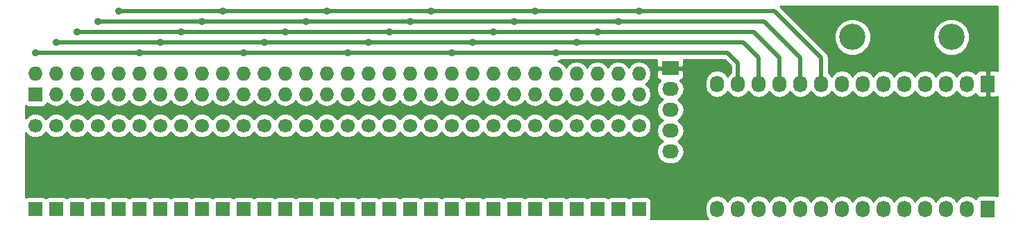
<source format=gbl>
G04 #@! TF.FileFunction,Copper,L2,Bot,Signal*
%FSLAX46Y46*%
G04 Gerber Fmt 4.6, Leading zero omitted, Abs format (unit mm)*
G04 Created by KiCad (PCBNEW 4.0.2+e4-6225~38~ubuntu16.04.1-stable) date Thu 23 Jun 2016 09:21:40 PM CEST*
%MOMM*%
G01*
G04 APERTURE LIST*
%ADD10C,0.100000*%
%ADD11C,3.200000*%
%ADD12R,1.727200X2.032000*%
%ADD13O,1.727200X2.032000*%
%ADD14C,1.699260*%
%ADD15R,1.699260X1.699260*%
%ADD16R,2.032000X1.727200*%
%ADD17O,2.032000X1.727200*%
%ADD18R,1.727200X1.727200*%
%ADD19O,1.727200X1.727200*%
%ADD20C,0.914400*%
%ADD21C,0.508000*%
%ADD22C,0.254000*%
G04 APERTURE END LIST*
D10*
D11*
X169545000Y-42545000D03*
D12*
X186055000Y-48260000D03*
D13*
X183515000Y-48260000D03*
X180975000Y-48260000D03*
X178435000Y-48260000D03*
X175895000Y-48260000D03*
X173355000Y-48260000D03*
X170815000Y-48260000D03*
X168275000Y-48260000D03*
X165735000Y-48260000D03*
X163195000Y-48260000D03*
X160655000Y-48260000D03*
X158115000Y-48260000D03*
X155575000Y-48260000D03*
X153035000Y-48260000D03*
D14*
X69850000Y-53340000D03*
D15*
X69850000Y-63500000D03*
D14*
X72390000Y-53340000D03*
D15*
X72390000Y-63500000D03*
D14*
X74930000Y-53340000D03*
D15*
X74930000Y-63500000D03*
D14*
X77470000Y-53340000D03*
D15*
X77470000Y-63500000D03*
D14*
X80010000Y-53340000D03*
D15*
X80010000Y-63500000D03*
D14*
X82550000Y-53340000D03*
D15*
X82550000Y-63500000D03*
D14*
X85090000Y-53340000D03*
D15*
X85090000Y-63500000D03*
D14*
X87630000Y-53340000D03*
D15*
X87630000Y-63500000D03*
D14*
X90170000Y-53340000D03*
D15*
X90170000Y-63500000D03*
D14*
X92710000Y-53340000D03*
D15*
X92710000Y-63500000D03*
D14*
X95250000Y-53340000D03*
D15*
X95250000Y-63500000D03*
D14*
X97790000Y-53340000D03*
D15*
X97790000Y-63500000D03*
D14*
X100330000Y-53340000D03*
D15*
X100330000Y-63500000D03*
D14*
X102870000Y-53340000D03*
D15*
X102870000Y-63500000D03*
D14*
X105410000Y-53340000D03*
D15*
X105410000Y-63500000D03*
D14*
X107950000Y-53340000D03*
D15*
X107950000Y-63500000D03*
D14*
X110490000Y-53340000D03*
D15*
X110490000Y-63500000D03*
D14*
X113030000Y-53340000D03*
D15*
X113030000Y-63500000D03*
D14*
X115570000Y-53340000D03*
D15*
X115570000Y-63500000D03*
D14*
X118110000Y-53340000D03*
D15*
X118110000Y-63500000D03*
D14*
X120650000Y-53340000D03*
D15*
X120650000Y-63500000D03*
D14*
X123190000Y-53340000D03*
D15*
X123190000Y-63500000D03*
D14*
X125730000Y-53340000D03*
D15*
X125730000Y-63500000D03*
D14*
X128270000Y-53340000D03*
D15*
X128270000Y-63500000D03*
D14*
X130810000Y-53340000D03*
D15*
X130810000Y-63500000D03*
D14*
X133350000Y-53340000D03*
D15*
X133350000Y-63500000D03*
D14*
X135890000Y-53340000D03*
D15*
X135890000Y-63500000D03*
D14*
X138430000Y-53340000D03*
D15*
X138430000Y-63500000D03*
D14*
X140970000Y-53340000D03*
D15*
X140970000Y-63500000D03*
D14*
X143510000Y-53340000D03*
D15*
X143510000Y-63500000D03*
D12*
X186055000Y-63500000D03*
D13*
X183515000Y-63500000D03*
X180975000Y-63500000D03*
X178435000Y-63500000D03*
X175895000Y-63500000D03*
X173355000Y-63500000D03*
X170815000Y-63500000D03*
X168275000Y-63500000D03*
X165735000Y-63500000D03*
X163195000Y-63500000D03*
X160655000Y-63500000D03*
X158115000Y-63500000D03*
X155575000Y-63500000D03*
X153035000Y-63500000D03*
D16*
X147320000Y-46355000D03*
D17*
X147320000Y-48895000D03*
X147320000Y-51435000D03*
X147320000Y-53975000D03*
X147320000Y-56515000D03*
D18*
X69850000Y-49530000D03*
D19*
X69850000Y-46990000D03*
X72390000Y-49530000D03*
X72390000Y-46990000D03*
X74930000Y-49530000D03*
X74930000Y-46990000D03*
X77470000Y-49530000D03*
X77470000Y-46990000D03*
X80010000Y-49530000D03*
X80010000Y-46990000D03*
X82550000Y-49530000D03*
X82550000Y-46990000D03*
X85090000Y-49530000D03*
X85090000Y-46990000D03*
X87630000Y-49530000D03*
X87630000Y-46990000D03*
X90170000Y-49530000D03*
X90170000Y-46990000D03*
X92710000Y-49530000D03*
X92710000Y-46990000D03*
X95250000Y-49530000D03*
X95250000Y-46990000D03*
X97790000Y-49530000D03*
X97790000Y-46990000D03*
X100330000Y-49530000D03*
X100330000Y-46990000D03*
X102870000Y-49530000D03*
X102870000Y-46990000D03*
X105410000Y-49530000D03*
X105410000Y-46990000D03*
X107950000Y-49530000D03*
X107950000Y-46990000D03*
X110490000Y-49530000D03*
X110490000Y-46990000D03*
X113030000Y-49530000D03*
X113030000Y-46990000D03*
X115570000Y-49530000D03*
X115570000Y-46990000D03*
X118110000Y-49530000D03*
X118110000Y-46990000D03*
X120650000Y-49530000D03*
X120650000Y-46990000D03*
X123190000Y-49530000D03*
X123190000Y-46990000D03*
X125730000Y-49530000D03*
X125730000Y-46990000D03*
X128270000Y-49530000D03*
X128270000Y-46990000D03*
X130810000Y-49530000D03*
X130810000Y-46990000D03*
X133350000Y-49530000D03*
X133350000Y-46990000D03*
X135890000Y-49530000D03*
X135890000Y-46990000D03*
X138430000Y-49530000D03*
X138430000Y-46990000D03*
X140970000Y-49530000D03*
X140970000Y-46990000D03*
X143510000Y-49530000D03*
X143510000Y-46990000D03*
D11*
X181610000Y-42545000D03*
D20*
X133350000Y-44450000D03*
X120650000Y-44450000D03*
X107950000Y-44450000D03*
X95250000Y-44450000D03*
X82550000Y-44450000D03*
X69850000Y-44450000D03*
X135890000Y-43180000D03*
X123190000Y-43180000D03*
X110490000Y-43180000D03*
X97790000Y-43180000D03*
X85090000Y-43180000D03*
X72390000Y-43180000D03*
X138430000Y-41910000D03*
X125730000Y-41910000D03*
X113030000Y-41910000D03*
X100330000Y-41910000D03*
X87630000Y-41910000D03*
X74930000Y-41910000D03*
X140970000Y-40640000D03*
X128270000Y-40640000D03*
X115570000Y-40640000D03*
X102870000Y-40640000D03*
X90170000Y-40640000D03*
X77470000Y-40640000D03*
X143510000Y-39370000D03*
X130810000Y-39370000D03*
X118110000Y-39370000D03*
X105410000Y-39370000D03*
X92710000Y-39370000D03*
X80010000Y-39370000D03*
D21*
X82550000Y-44450000D02*
X154305000Y-44450000D01*
X154305000Y-44450000D02*
X155575000Y-45720000D01*
X155575000Y-45720000D02*
X155575000Y-48260000D01*
X69850000Y-44450000D02*
X82550000Y-44450000D01*
X153035000Y-43180000D02*
X156210000Y-43180000D01*
X72390000Y-43180000D02*
X110490000Y-43180000D01*
X110490000Y-43180000D02*
X153035000Y-43180000D01*
X156210000Y-43180000D02*
X158115000Y-45085000D01*
X158115000Y-45085000D02*
X158115000Y-48260000D01*
X125730000Y-41910000D02*
X157480000Y-41910000D01*
X157480000Y-41910000D02*
X160655000Y-45085000D01*
X160655000Y-45085000D02*
X160655000Y-46736000D01*
X160655000Y-46736000D02*
X160655000Y-48260000D01*
X125730000Y-41910000D02*
X74930000Y-41910000D01*
X140970000Y-40640000D02*
X158750000Y-40640000D01*
X158750000Y-40640000D02*
X163195000Y-45085000D01*
X163195000Y-45085000D02*
X163195000Y-46736000D01*
X163195000Y-46736000D02*
X163195000Y-48260000D01*
X140970000Y-40640000D02*
X77470000Y-40640000D01*
X156845000Y-39370000D02*
X160020000Y-39370000D01*
X156845000Y-39370000D02*
X80010000Y-39370000D01*
X165735000Y-45085000D02*
X160020000Y-39370000D01*
X165735000Y-46736000D02*
X165735000Y-45085000D01*
X165735000Y-48260000D02*
X165735000Y-46736000D01*
D22*
G36*
X187250000Y-46693952D02*
X187044909Y-46609000D01*
X186340750Y-46609000D01*
X186182000Y-46767750D01*
X186182000Y-48133000D01*
X186202000Y-48133000D01*
X186202000Y-48387000D01*
X186182000Y-48387000D01*
X186182000Y-49752250D01*
X186340750Y-49911000D01*
X187044909Y-49911000D01*
X187250000Y-49826048D01*
X187250000Y-61941896D01*
X187170490Y-61887569D01*
X186918600Y-61836560D01*
X185191400Y-61836560D01*
X184956083Y-61880838D01*
X184739959Y-62019910D01*
X184594969Y-62232110D01*
X184586600Y-62273439D01*
X184574670Y-62255585D01*
X184088489Y-61930729D01*
X183515000Y-61816655D01*
X182941511Y-61930729D01*
X182455330Y-62255585D01*
X182245000Y-62570366D01*
X182034670Y-62255585D01*
X181548489Y-61930729D01*
X180975000Y-61816655D01*
X180401511Y-61930729D01*
X179915330Y-62255585D01*
X179705000Y-62570366D01*
X179494670Y-62255585D01*
X179008489Y-61930729D01*
X178435000Y-61816655D01*
X177861511Y-61930729D01*
X177375330Y-62255585D01*
X177165000Y-62570366D01*
X176954670Y-62255585D01*
X176468489Y-61930729D01*
X175895000Y-61816655D01*
X175321511Y-61930729D01*
X174835330Y-62255585D01*
X174625000Y-62570366D01*
X174414670Y-62255585D01*
X173928489Y-61930729D01*
X173355000Y-61816655D01*
X172781511Y-61930729D01*
X172295330Y-62255585D01*
X172085000Y-62570366D01*
X171874670Y-62255585D01*
X171388489Y-61930729D01*
X170815000Y-61816655D01*
X170241511Y-61930729D01*
X169755330Y-62255585D01*
X169545000Y-62570366D01*
X169334670Y-62255585D01*
X168848489Y-61930729D01*
X168275000Y-61816655D01*
X167701511Y-61930729D01*
X167215330Y-62255585D01*
X167005000Y-62570366D01*
X166794670Y-62255585D01*
X166308489Y-61930729D01*
X165735000Y-61816655D01*
X165161511Y-61930729D01*
X164675330Y-62255585D01*
X164465000Y-62570366D01*
X164254670Y-62255585D01*
X163768489Y-61930729D01*
X163195000Y-61816655D01*
X162621511Y-61930729D01*
X162135330Y-62255585D01*
X161925000Y-62570366D01*
X161714670Y-62255585D01*
X161228489Y-61930729D01*
X160655000Y-61816655D01*
X160081511Y-61930729D01*
X159595330Y-62255585D01*
X159385000Y-62570366D01*
X159174670Y-62255585D01*
X158688489Y-61930729D01*
X158115000Y-61816655D01*
X157541511Y-61930729D01*
X157055330Y-62255585D01*
X156845000Y-62570366D01*
X156634670Y-62255585D01*
X156148489Y-61930729D01*
X155575000Y-61816655D01*
X155001511Y-61930729D01*
X154515330Y-62255585D01*
X154305000Y-62570366D01*
X154094670Y-62255585D01*
X153608489Y-61930729D01*
X153035000Y-61816655D01*
X152461511Y-61930729D01*
X151975330Y-62255585D01*
X151650474Y-62741766D01*
X151536400Y-63315255D01*
X151536400Y-63684745D01*
X151650474Y-64258234D01*
X151942312Y-64695000D01*
X144892189Y-64695000D01*
X144956061Y-64601520D01*
X145007070Y-64349630D01*
X145007070Y-62650370D01*
X144962792Y-62415053D01*
X144823720Y-62198929D01*
X144611520Y-62053939D01*
X144359630Y-62002930D01*
X142660370Y-62002930D01*
X142425053Y-62047208D01*
X142237912Y-62167630D01*
X142071520Y-62053939D01*
X141819630Y-62002930D01*
X140120370Y-62002930D01*
X139885053Y-62047208D01*
X139697912Y-62167630D01*
X139531520Y-62053939D01*
X139279630Y-62002930D01*
X137580370Y-62002930D01*
X137345053Y-62047208D01*
X137157912Y-62167630D01*
X136991520Y-62053939D01*
X136739630Y-62002930D01*
X135040370Y-62002930D01*
X134805053Y-62047208D01*
X134617912Y-62167630D01*
X134451520Y-62053939D01*
X134199630Y-62002930D01*
X132500370Y-62002930D01*
X132265053Y-62047208D01*
X132077912Y-62167630D01*
X131911520Y-62053939D01*
X131659630Y-62002930D01*
X129960370Y-62002930D01*
X129725053Y-62047208D01*
X129537912Y-62167630D01*
X129371520Y-62053939D01*
X129119630Y-62002930D01*
X127420370Y-62002930D01*
X127185053Y-62047208D01*
X126997912Y-62167630D01*
X126831520Y-62053939D01*
X126579630Y-62002930D01*
X124880370Y-62002930D01*
X124645053Y-62047208D01*
X124457912Y-62167630D01*
X124291520Y-62053939D01*
X124039630Y-62002930D01*
X122340370Y-62002930D01*
X122105053Y-62047208D01*
X121917912Y-62167630D01*
X121751520Y-62053939D01*
X121499630Y-62002930D01*
X119800370Y-62002930D01*
X119565053Y-62047208D01*
X119377912Y-62167630D01*
X119211520Y-62053939D01*
X118959630Y-62002930D01*
X117260370Y-62002930D01*
X117025053Y-62047208D01*
X116837912Y-62167630D01*
X116671520Y-62053939D01*
X116419630Y-62002930D01*
X114720370Y-62002930D01*
X114485053Y-62047208D01*
X114297912Y-62167630D01*
X114131520Y-62053939D01*
X113879630Y-62002930D01*
X112180370Y-62002930D01*
X111945053Y-62047208D01*
X111757912Y-62167630D01*
X111591520Y-62053939D01*
X111339630Y-62002930D01*
X109640370Y-62002930D01*
X109405053Y-62047208D01*
X109217912Y-62167630D01*
X109051520Y-62053939D01*
X108799630Y-62002930D01*
X107100370Y-62002930D01*
X106865053Y-62047208D01*
X106677912Y-62167630D01*
X106511520Y-62053939D01*
X106259630Y-62002930D01*
X104560370Y-62002930D01*
X104325053Y-62047208D01*
X104137912Y-62167630D01*
X103971520Y-62053939D01*
X103719630Y-62002930D01*
X102020370Y-62002930D01*
X101785053Y-62047208D01*
X101597912Y-62167630D01*
X101431520Y-62053939D01*
X101179630Y-62002930D01*
X99480370Y-62002930D01*
X99245053Y-62047208D01*
X99057912Y-62167630D01*
X98891520Y-62053939D01*
X98639630Y-62002930D01*
X96940370Y-62002930D01*
X96705053Y-62047208D01*
X96517912Y-62167630D01*
X96351520Y-62053939D01*
X96099630Y-62002930D01*
X94400370Y-62002930D01*
X94165053Y-62047208D01*
X93977912Y-62167630D01*
X93811520Y-62053939D01*
X93559630Y-62002930D01*
X91860370Y-62002930D01*
X91625053Y-62047208D01*
X91437912Y-62167630D01*
X91271520Y-62053939D01*
X91019630Y-62002930D01*
X89320370Y-62002930D01*
X89085053Y-62047208D01*
X88897912Y-62167630D01*
X88731520Y-62053939D01*
X88479630Y-62002930D01*
X86780370Y-62002930D01*
X86545053Y-62047208D01*
X86357912Y-62167630D01*
X86191520Y-62053939D01*
X85939630Y-62002930D01*
X84240370Y-62002930D01*
X84005053Y-62047208D01*
X83817912Y-62167630D01*
X83651520Y-62053939D01*
X83399630Y-62002930D01*
X81700370Y-62002930D01*
X81465053Y-62047208D01*
X81277912Y-62167630D01*
X81111520Y-62053939D01*
X80859630Y-62002930D01*
X79160370Y-62002930D01*
X78925053Y-62047208D01*
X78737912Y-62167630D01*
X78571520Y-62053939D01*
X78319630Y-62002930D01*
X76620370Y-62002930D01*
X76385053Y-62047208D01*
X76197912Y-62167630D01*
X76031520Y-62053939D01*
X75779630Y-62002930D01*
X74080370Y-62002930D01*
X73845053Y-62047208D01*
X73657912Y-62167630D01*
X73491520Y-62053939D01*
X73239630Y-62002930D01*
X71540370Y-62002930D01*
X71305053Y-62047208D01*
X71117912Y-62167630D01*
X70951520Y-62053939D01*
X70699630Y-62002930D01*
X69000370Y-62002930D01*
X68765053Y-62047208D01*
X68655000Y-62118025D01*
X68655000Y-54244331D01*
X69007926Y-54597874D01*
X69553393Y-54824372D01*
X70144016Y-54824888D01*
X70689877Y-54599342D01*
X71107874Y-54182074D01*
X71119749Y-54153476D01*
X71130658Y-54179877D01*
X71547926Y-54597874D01*
X72093393Y-54824372D01*
X72684016Y-54824888D01*
X73229877Y-54599342D01*
X73647874Y-54182074D01*
X73659749Y-54153476D01*
X73670658Y-54179877D01*
X74087926Y-54597874D01*
X74633393Y-54824372D01*
X75224016Y-54824888D01*
X75769877Y-54599342D01*
X76187874Y-54182074D01*
X76199749Y-54153476D01*
X76210658Y-54179877D01*
X76627926Y-54597874D01*
X77173393Y-54824372D01*
X77764016Y-54824888D01*
X78309877Y-54599342D01*
X78727874Y-54182074D01*
X78739749Y-54153476D01*
X78750658Y-54179877D01*
X79167926Y-54597874D01*
X79713393Y-54824372D01*
X80304016Y-54824888D01*
X80849877Y-54599342D01*
X81267874Y-54182074D01*
X81279749Y-54153476D01*
X81290658Y-54179877D01*
X81707926Y-54597874D01*
X82253393Y-54824372D01*
X82844016Y-54824888D01*
X83389877Y-54599342D01*
X83807874Y-54182074D01*
X83819749Y-54153476D01*
X83830658Y-54179877D01*
X84247926Y-54597874D01*
X84793393Y-54824372D01*
X85384016Y-54824888D01*
X85929877Y-54599342D01*
X86347874Y-54182074D01*
X86359749Y-54153476D01*
X86370658Y-54179877D01*
X86787926Y-54597874D01*
X87333393Y-54824372D01*
X87924016Y-54824888D01*
X88469877Y-54599342D01*
X88887874Y-54182074D01*
X88899749Y-54153476D01*
X88910658Y-54179877D01*
X89327926Y-54597874D01*
X89873393Y-54824372D01*
X90464016Y-54824888D01*
X91009877Y-54599342D01*
X91427874Y-54182074D01*
X91439749Y-54153476D01*
X91450658Y-54179877D01*
X91867926Y-54597874D01*
X92413393Y-54824372D01*
X93004016Y-54824888D01*
X93549877Y-54599342D01*
X93967874Y-54182074D01*
X93979749Y-54153476D01*
X93990658Y-54179877D01*
X94407926Y-54597874D01*
X94953393Y-54824372D01*
X95544016Y-54824888D01*
X96089877Y-54599342D01*
X96507874Y-54182074D01*
X96519749Y-54153476D01*
X96530658Y-54179877D01*
X96947926Y-54597874D01*
X97493393Y-54824372D01*
X98084016Y-54824888D01*
X98629877Y-54599342D01*
X99047874Y-54182074D01*
X99059749Y-54153476D01*
X99070658Y-54179877D01*
X99487926Y-54597874D01*
X100033393Y-54824372D01*
X100624016Y-54824888D01*
X101169877Y-54599342D01*
X101587874Y-54182074D01*
X101599749Y-54153476D01*
X101610658Y-54179877D01*
X102027926Y-54597874D01*
X102573393Y-54824372D01*
X103164016Y-54824888D01*
X103709877Y-54599342D01*
X104127874Y-54182074D01*
X104139749Y-54153476D01*
X104150658Y-54179877D01*
X104567926Y-54597874D01*
X105113393Y-54824372D01*
X105704016Y-54824888D01*
X106249877Y-54599342D01*
X106667874Y-54182074D01*
X106679749Y-54153476D01*
X106690658Y-54179877D01*
X107107926Y-54597874D01*
X107653393Y-54824372D01*
X108244016Y-54824888D01*
X108789877Y-54599342D01*
X109207874Y-54182074D01*
X109219749Y-54153476D01*
X109230658Y-54179877D01*
X109647926Y-54597874D01*
X110193393Y-54824372D01*
X110784016Y-54824888D01*
X111329877Y-54599342D01*
X111747874Y-54182074D01*
X111759749Y-54153476D01*
X111770658Y-54179877D01*
X112187926Y-54597874D01*
X112733393Y-54824372D01*
X113324016Y-54824888D01*
X113869877Y-54599342D01*
X114287874Y-54182074D01*
X114299749Y-54153476D01*
X114310658Y-54179877D01*
X114727926Y-54597874D01*
X115273393Y-54824372D01*
X115864016Y-54824888D01*
X116409877Y-54599342D01*
X116827874Y-54182074D01*
X116839749Y-54153476D01*
X116850658Y-54179877D01*
X117267926Y-54597874D01*
X117813393Y-54824372D01*
X118404016Y-54824888D01*
X118949877Y-54599342D01*
X119367874Y-54182074D01*
X119379749Y-54153476D01*
X119390658Y-54179877D01*
X119807926Y-54597874D01*
X120353393Y-54824372D01*
X120944016Y-54824888D01*
X121489877Y-54599342D01*
X121907874Y-54182074D01*
X121919749Y-54153476D01*
X121930658Y-54179877D01*
X122347926Y-54597874D01*
X122893393Y-54824372D01*
X123484016Y-54824888D01*
X124029877Y-54599342D01*
X124447874Y-54182074D01*
X124459749Y-54153476D01*
X124470658Y-54179877D01*
X124887926Y-54597874D01*
X125433393Y-54824372D01*
X126024016Y-54824888D01*
X126569877Y-54599342D01*
X126987874Y-54182074D01*
X126999749Y-54153476D01*
X127010658Y-54179877D01*
X127427926Y-54597874D01*
X127973393Y-54824372D01*
X128564016Y-54824888D01*
X129109877Y-54599342D01*
X129527874Y-54182074D01*
X129539749Y-54153476D01*
X129550658Y-54179877D01*
X129967926Y-54597874D01*
X130513393Y-54824372D01*
X131104016Y-54824888D01*
X131649877Y-54599342D01*
X132067874Y-54182074D01*
X132079749Y-54153476D01*
X132090658Y-54179877D01*
X132507926Y-54597874D01*
X133053393Y-54824372D01*
X133644016Y-54824888D01*
X134189877Y-54599342D01*
X134607874Y-54182074D01*
X134619749Y-54153476D01*
X134630658Y-54179877D01*
X135047926Y-54597874D01*
X135593393Y-54824372D01*
X136184016Y-54824888D01*
X136729877Y-54599342D01*
X137147874Y-54182074D01*
X137159749Y-54153476D01*
X137170658Y-54179877D01*
X137587926Y-54597874D01*
X138133393Y-54824372D01*
X138724016Y-54824888D01*
X139269877Y-54599342D01*
X139687874Y-54182074D01*
X139699749Y-54153476D01*
X139710658Y-54179877D01*
X140127926Y-54597874D01*
X140673393Y-54824372D01*
X141264016Y-54824888D01*
X141809877Y-54599342D01*
X142227874Y-54182074D01*
X142239749Y-54153476D01*
X142250658Y-54179877D01*
X142667926Y-54597874D01*
X143213393Y-54824372D01*
X143804016Y-54824888D01*
X144349877Y-54599342D01*
X144767874Y-54182074D01*
X144994372Y-53636607D01*
X144994888Y-53045984D01*
X144769342Y-52500123D01*
X144352074Y-52082126D01*
X143806607Y-51855628D01*
X143215984Y-51855112D01*
X142670123Y-52080658D01*
X142252126Y-52497926D01*
X142240251Y-52526524D01*
X142229342Y-52500123D01*
X141812074Y-52082126D01*
X141266607Y-51855628D01*
X140675984Y-51855112D01*
X140130123Y-52080658D01*
X139712126Y-52497926D01*
X139700251Y-52526524D01*
X139689342Y-52500123D01*
X139272074Y-52082126D01*
X138726607Y-51855628D01*
X138135984Y-51855112D01*
X137590123Y-52080658D01*
X137172126Y-52497926D01*
X137160251Y-52526524D01*
X137149342Y-52500123D01*
X136732074Y-52082126D01*
X136186607Y-51855628D01*
X135595984Y-51855112D01*
X135050123Y-52080658D01*
X134632126Y-52497926D01*
X134620251Y-52526524D01*
X134609342Y-52500123D01*
X134192074Y-52082126D01*
X133646607Y-51855628D01*
X133055984Y-51855112D01*
X132510123Y-52080658D01*
X132092126Y-52497926D01*
X132080251Y-52526524D01*
X132069342Y-52500123D01*
X131652074Y-52082126D01*
X131106607Y-51855628D01*
X130515984Y-51855112D01*
X129970123Y-52080658D01*
X129552126Y-52497926D01*
X129540251Y-52526524D01*
X129529342Y-52500123D01*
X129112074Y-52082126D01*
X128566607Y-51855628D01*
X127975984Y-51855112D01*
X127430123Y-52080658D01*
X127012126Y-52497926D01*
X127000251Y-52526524D01*
X126989342Y-52500123D01*
X126572074Y-52082126D01*
X126026607Y-51855628D01*
X125435984Y-51855112D01*
X124890123Y-52080658D01*
X124472126Y-52497926D01*
X124460251Y-52526524D01*
X124449342Y-52500123D01*
X124032074Y-52082126D01*
X123486607Y-51855628D01*
X122895984Y-51855112D01*
X122350123Y-52080658D01*
X121932126Y-52497926D01*
X121920251Y-52526524D01*
X121909342Y-52500123D01*
X121492074Y-52082126D01*
X120946607Y-51855628D01*
X120355984Y-51855112D01*
X119810123Y-52080658D01*
X119392126Y-52497926D01*
X119380251Y-52526524D01*
X119369342Y-52500123D01*
X118952074Y-52082126D01*
X118406607Y-51855628D01*
X117815984Y-51855112D01*
X117270123Y-52080658D01*
X116852126Y-52497926D01*
X116840251Y-52526524D01*
X116829342Y-52500123D01*
X116412074Y-52082126D01*
X115866607Y-51855628D01*
X115275984Y-51855112D01*
X114730123Y-52080658D01*
X114312126Y-52497926D01*
X114300251Y-52526524D01*
X114289342Y-52500123D01*
X113872074Y-52082126D01*
X113326607Y-51855628D01*
X112735984Y-51855112D01*
X112190123Y-52080658D01*
X111772126Y-52497926D01*
X111760251Y-52526524D01*
X111749342Y-52500123D01*
X111332074Y-52082126D01*
X110786607Y-51855628D01*
X110195984Y-51855112D01*
X109650123Y-52080658D01*
X109232126Y-52497926D01*
X109220251Y-52526524D01*
X109209342Y-52500123D01*
X108792074Y-52082126D01*
X108246607Y-51855628D01*
X107655984Y-51855112D01*
X107110123Y-52080658D01*
X106692126Y-52497926D01*
X106680251Y-52526524D01*
X106669342Y-52500123D01*
X106252074Y-52082126D01*
X105706607Y-51855628D01*
X105115984Y-51855112D01*
X104570123Y-52080658D01*
X104152126Y-52497926D01*
X104140251Y-52526524D01*
X104129342Y-52500123D01*
X103712074Y-52082126D01*
X103166607Y-51855628D01*
X102575984Y-51855112D01*
X102030123Y-52080658D01*
X101612126Y-52497926D01*
X101600251Y-52526524D01*
X101589342Y-52500123D01*
X101172074Y-52082126D01*
X100626607Y-51855628D01*
X100035984Y-51855112D01*
X99490123Y-52080658D01*
X99072126Y-52497926D01*
X99060251Y-52526524D01*
X99049342Y-52500123D01*
X98632074Y-52082126D01*
X98086607Y-51855628D01*
X97495984Y-51855112D01*
X96950123Y-52080658D01*
X96532126Y-52497926D01*
X96520251Y-52526524D01*
X96509342Y-52500123D01*
X96092074Y-52082126D01*
X95546607Y-51855628D01*
X94955984Y-51855112D01*
X94410123Y-52080658D01*
X93992126Y-52497926D01*
X93980251Y-52526524D01*
X93969342Y-52500123D01*
X93552074Y-52082126D01*
X93006607Y-51855628D01*
X92415984Y-51855112D01*
X91870123Y-52080658D01*
X91452126Y-52497926D01*
X91440251Y-52526524D01*
X91429342Y-52500123D01*
X91012074Y-52082126D01*
X90466607Y-51855628D01*
X89875984Y-51855112D01*
X89330123Y-52080658D01*
X88912126Y-52497926D01*
X88900251Y-52526524D01*
X88889342Y-52500123D01*
X88472074Y-52082126D01*
X87926607Y-51855628D01*
X87335984Y-51855112D01*
X86790123Y-52080658D01*
X86372126Y-52497926D01*
X86360251Y-52526524D01*
X86349342Y-52500123D01*
X85932074Y-52082126D01*
X85386607Y-51855628D01*
X84795984Y-51855112D01*
X84250123Y-52080658D01*
X83832126Y-52497926D01*
X83820251Y-52526524D01*
X83809342Y-52500123D01*
X83392074Y-52082126D01*
X82846607Y-51855628D01*
X82255984Y-51855112D01*
X81710123Y-52080658D01*
X81292126Y-52497926D01*
X81280251Y-52526524D01*
X81269342Y-52500123D01*
X80852074Y-52082126D01*
X80306607Y-51855628D01*
X79715984Y-51855112D01*
X79170123Y-52080658D01*
X78752126Y-52497926D01*
X78740251Y-52526524D01*
X78729342Y-52500123D01*
X78312074Y-52082126D01*
X77766607Y-51855628D01*
X77175984Y-51855112D01*
X76630123Y-52080658D01*
X76212126Y-52497926D01*
X76200251Y-52526524D01*
X76189342Y-52500123D01*
X75772074Y-52082126D01*
X75226607Y-51855628D01*
X74635984Y-51855112D01*
X74090123Y-52080658D01*
X73672126Y-52497926D01*
X73660251Y-52526524D01*
X73649342Y-52500123D01*
X73232074Y-52082126D01*
X72686607Y-51855628D01*
X72095984Y-51855112D01*
X71550123Y-52080658D01*
X71132126Y-52497926D01*
X71120251Y-52526524D01*
X71109342Y-52500123D01*
X70692074Y-52082126D01*
X70146607Y-51855628D01*
X69555984Y-51855112D01*
X69010123Y-52080658D01*
X68655000Y-52435162D01*
X68655000Y-50935704D01*
X68734510Y-50990031D01*
X68986400Y-51041040D01*
X70713600Y-51041040D01*
X70948917Y-50996762D01*
X71165041Y-50857690D01*
X71310031Y-50645490D01*
X71318864Y-50601869D01*
X71330330Y-50619029D01*
X71816511Y-50943885D01*
X72390000Y-51057959D01*
X72963489Y-50943885D01*
X73449670Y-50619029D01*
X73660000Y-50304248D01*
X73870330Y-50619029D01*
X74356511Y-50943885D01*
X74930000Y-51057959D01*
X75503489Y-50943885D01*
X75989670Y-50619029D01*
X76200000Y-50304248D01*
X76410330Y-50619029D01*
X76896511Y-50943885D01*
X77470000Y-51057959D01*
X78043489Y-50943885D01*
X78529670Y-50619029D01*
X78740000Y-50304248D01*
X78950330Y-50619029D01*
X79436511Y-50943885D01*
X80010000Y-51057959D01*
X80583489Y-50943885D01*
X81069670Y-50619029D01*
X81280000Y-50304248D01*
X81490330Y-50619029D01*
X81976511Y-50943885D01*
X82550000Y-51057959D01*
X83123489Y-50943885D01*
X83609670Y-50619029D01*
X83820000Y-50304248D01*
X84030330Y-50619029D01*
X84516511Y-50943885D01*
X85090000Y-51057959D01*
X85663489Y-50943885D01*
X86149670Y-50619029D01*
X86360000Y-50304248D01*
X86570330Y-50619029D01*
X87056511Y-50943885D01*
X87630000Y-51057959D01*
X88203489Y-50943885D01*
X88689670Y-50619029D01*
X88900000Y-50304248D01*
X89110330Y-50619029D01*
X89596511Y-50943885D01*
X90170000Y-51057959D01*
X90743489Y-50943885D01*
X91229670Y-50619029D01*
X91440000Y-50304248D01*
X91650330Y-50619029D01*
X92136511Y-50943885D01*
X92710000Y-51057959D01*
X93283489Y-50943885D01*
X93769670Y-50619029D01*
X93980000Y-50304248D01*
X94190330Y-50619029D01*
X94676511Y-50943885D01*
X95250000Y-51057959D01*
X95823489Y-50943885D01*
X96309670Y-50619029D01*
X96520000Y-50304248D01*
X96730330Y-50619029D01*
X97216511Y-50943885D01*
X97790000Y-51057959D01*
X98363489Y-50943885D01*
X98849670Y-50619029D01*
X99060000Y-50304248D01*
X99270330Y-50619029D01*
X99756511Y-50943885D01*
X100330000Y-51057959D01*
X100903489Y-50943885D01*
X101389670Y-50619029D01*
X101600000Y-50304248D01*
X101810330Y-50619029D01*
X102296511Y-50943885D01*
X102870000Y-51057959D01*
X103443489Y-50943885D01*
X103929670Y-50619029D01*
X104140000Y-50304248D01*
X104350330Y-50619029D01*
X104836511Y-50943885D01*
X105410000Y-51057959D01*
X105983489Y-50943885D01*
X106469670Y-50619029D01*
X106680000Y-50304248D01*
X106890330Y-50619029D01*
X107376511Y-50943885D01*
X107950000Y-51057959D01*
X108523489Y-50943885D01*
X109009670Y-50619029D01*
X109220000Y-50304248D01*
X109430330Y-50619029D01*
X109916511Y-50943885D01*
X110490000Y-51057959D01*
X111063489Y-50943885D01*
X111549670Y-50619029D01*
X111760000Y-50304248D01*
X111970330Y-50619029D01*
X112456511Y-50943885D01*
X113030000Y-51057959D01*
X113603489Y-50943885D01*
X114089670Y-50619029D01*
X114300000Y-50304248D01*
X114510330Y-50619029D01*
X114996511Y-50943885D01*
X115570000Y-51057959D01*
X116143489Y-50943885D01*
X116629670Y-50619029D01*
X116840000Y-50304248D01*
X117050330Y-50619029D01*
X117536511Y-50943885D01*
X118110000Y-51057959D01*
X118683489Y-50943885D01*
X119169670Y-50619029D01*
X119380000Y-50304248D01*
X119590330Y-50619029D01*
X120076511Y-50943885D01*
X120650000Y-51057959D01*
X121223489Y-50943885D01*
X121709670Y-50619029D01*
X121920000Y-50304248D01*
X122130330Y-50619029D01*
X122616511Y-50943885D01*
X123190000Y-51057959D01*
X123763489Y-50943885D01*
X124249670Y-50619029D01*
X124460000Y-50304248D01*
X124670330Y-50619029D01*
X125156511Y-50943885D01*
X125730000Y-51057959D01*
X126303489Y-50943885D01*
X126789670Y-50619029D01*
X127000000Y-50304248D01*
X127210330Y-50619029D01*
X127696511Y-50943885D01*
X128270000Y-51057959D01*
X128843489Y-50943885D01*
X129329670Y-50619029D01*
X129540000Y-50304248D01*
X129750330Y-50619029D01*
X130236511Y-50943885D01*
X130810000Y-51057959D01*
X131383489Y-50943885D01*
X131869670Y-50619029D01*
X132080000Y-50304248D01*
X132290330Y-50619029D01*
X132776511Y-50943885D01*
X133350000Y-51057959D01*
X133923489Y-50943885D01*
X134409670Y-50619029D01*
X134620000Y-50304248D01*
X134830330Y-50619029D01*
X135316511Y-50943885D01*
X135890000Y-51057959D01*
X136463489Y-50943885D01*
X136949670Y-50619029D01*
X137160000Y-50304248D01*
X137370330Y-50619029D01*
X137856511Y-50943885D01*
X138430000Y-51057959D01*
X139003489Y-50943885D01*
X139489670Y-50619029D01*
X139700000Y-50304248D01*
X139910330Y-50619029D01*
X140396511Y-50943885D01*
X140970000Y-51057959D01*
X141543489Y-50943885D01*
X142029670Y-50619029D01*
X142240000Y-50304248D01*
X142450330Y-50619029D01*
X142936511Y-50943885D01*
X143510000Y-51057959D01*
X144083489Y-50943885D01*
X144569670Y-50619029D01*
X144894526Y-50132848D01*
X145008600Y-49559359D01*
X145008600Y-49500641D01*
X144894526Y-48927152D01*
X144873043Y-48895000D01*
X145636655Y-48895000D01*
X145750729Y-49468489D01*
X146075585Y-49954670D01*
X146390366Y-50165000D01*
X146075585Y-50375330D01*
X145750729Y-50861511D01*
X145636655Y-51435000D01*
X145750729Y-52008489D01*
X146075585Y-52494670D01*
X146390366Y-52705000D01*
X146075585Y-52915330D01*
X145750729Y-53401511D01*
X145636655Y-53975000D01*
X145750729Y-54548489D01*
X146075585Y-55034670D01*
X146390366Y-55245000D01*
X146075585Y-55455330D01*
X145750729Y-55941511D01*
X145636655Y-56515000D01*
X145750729Y-57088489D01*
X146075585Y-57574670D01*
X146561766Y-57899526D01*
X147135255Y-58013600D01*
X147504745Y-58013600D01*
X148078234Y-57899526D01*
X148564415Y-57574670D01*
X148889271Y-57088489D01*
X149003345Y-56515000D01*
X148889271Y-55941511D01*
X148564415Y-55455330D01*
X148249634Y-55245000D01*
X148564415Y-55034670D01*
X148889271Y-54548489D01*
X149003345Y-53975000D01*
X148889271Y-53401511D01*
X148564415Y-52915330D01*
X148249634Y-52705000D01*
X148564415Y-52494670D01*
X148889271Y-52008489D01*
X149003345Y-51435000D01*
X148889271Y-50861511D01*
X148564415Y-50375330D01*
X148249634Y-50165000D01*
X148564415Y-49954670D01*
X148889271Y-49468489D01*
X149003345Y-48895000D01*
X148889271Y-48321511D01*
X148564415Y-47835330D01*
X148542220Y-47820500D01*
X148695698Y-47756927D01*
X148874327Y-47578299D01*
X148971000Y-47344910D01*
X148971000Y-46640750D01*
X148812250Y-46482000D01*
X147447000Y-46482000D01*
X147447000Y-46502000D01*
X147193000Y-46502000D01*
X147193000Y-46482000D01*
X145827750Y-46482000D01*
X145669000Y-46640750D01*
X145669000Y-47344910D01*
X145765673Y-47578299D01*
X145944302Y-47756927D01*
X146097780Y-47820500D01*
X146075585Y-47835330D01*
X145750729Y-48321511D01*
X145636655Y-48895000D01*
X144873043Y-48895000D01*
X144569670Y-48440971D01*
X144298828Y-48260000D01*
X144569670Y-48079029D01*
X144894526Y-47592848D01*
X145008600Y-47019359D01*
X145008600Y-46960641D01*
X144894526Y-46387152D01*
X144569670Y-45900971D01*
X144083489Y-45576115D01*
X143510000Y-45462041D01*
X142936511Y-45576115D01*
X142450330Y-45900971D01*
X142240000Y-46215752D01*
X142029670Y-45900971D01*
X141543489Y-45576115D01*
X140970000Y-45462041D01*
X140396511Y-45576115D01*
X139910330Y-45900971D01*
X139700000Y-46215752D01*
X139489670Y-45900971D01*
X139003489Y-45576115D01*
X138430000Y-45462041D01*
X137856511Y-45576115D01*
X137370330Y-45900971D01*
X137160000Y-46215752D01*
X136949670Y-45900971D01*
X136463489Y-45576115D01*
X135890000Y-45462041D01*
X135316511Y-45576115D01*
X134830330Y-45900971D01*
X134620000Y-46215752D01*
X134409670Y-45900971D01*
X133923489Y-45576115D01*
X133627275Y-45517194D01*
X133967873Y-45376462D01*
X134005400Y-45339000D01*
X145679807Y-45339000D01*
X145669000Y-45365090D01*
X145669000Y-46069250D01*
X145827750Y-46228000D01*
X147193000Y-46228000D01*
X147193000Y-46208000D01*
X147447000Y-46208000D01*
X147447000Y-46228000D01*
X148812250Y-46228000D01*
X148971000Y-46069250D01*
X148971000Y-45365090D01*
X148960193Y-45339000D01*
X153936764Y-45339000D01*
X154686000Y-46088236D01*
X154686000Y-46901547D01*
X154515330Y-47015585D01*
X154305000Y-47330366D01*
X154094670Y-47015585D01*
X153608489Y-46690729D01*
X153035000Y-46576655D01*
X152461511Y-46690729D01*
X151975330Y-47015585D01*
X151650474Y-47501766D01*
X151536400Y-48075255D01*
X151536400Y-48444745D01*
X151650474Y-49018234D01*
X151975330Y-49504415D01*
X152461511Y-49829271D01*
X153035000Y-49943345D01*
X153608489Y-49829271D01*
X154094670Y-49504415D01*
X154305000Y-49189634D01*
X154515330Y-49504415D01*
X155001511Y-49829271D01*
X155575000Y-49943345D01*
X156148489Y-49829271D01*
X156634670Y-49504415D01*
X156845000Y-49189634D01*
X157055330Y-49504415D01*
X157541511Y-49829271D01*
X158115000Y-49943345D01*
X158688489Y-49829271D01*
X159174670Y-49504415D01*
X159385000Y-49189634D01*
X159595330Y-49504415D01*
X160081511Y-49829271D01*
X160655000Y-49943345D01*
X161228489Y-49829271D01*
X161714670Y-49504415D01*
X161925000Y-49189634D01*
X162135330Y-49504415D01*
X162621511Y-49829271D01*
X163195000Y-49943345D01*
X163768489Y-49829271D01*
X164254670Y-49504415D01*
X164465000Y-49189634D01*
X164675330Y-49504415D01*
X165161511Y-49829271D01*
X165735000Y-49943345D01*
X166308489Y-49829271D01*
X166794670Y-49504415D01*
X167005000Y-49189634D01*
X167215330Y-49504415D01*
X167701511Y-49829271D01*
X168275000Y-49943345D01*
X168848489Y-49829271D01*
X169334670Y-49504415D01*
X169545000Y-49189634D01*
X169755330Y-49504415D01*
X170241511Y-49829271D01*
X170815000Y-49943345D01*
X171388489Y-49829271D01*
X171874670Y-49504415D01*
X172085000Y-49189634D01*
X172295330Y-49504415D01*
X172781511Y-49829271D01*
X173355000Y-49943345D01*
X173928489Y-49829271D01*
X174414670Y-49504415D01*
X174625000Y-49189634D01*
X174835330Y-49504415D01*
X175321511Y-49829271D01*
X175895000Y-49943345D01*
X176468489Y-49829271D01*
X176954670Y-49504415D01*
X177165000Y-49189634D01*
X177375330Y-49504415D01*
X177861511Y-49829271D01*
X178435000Y-49943345D01*
X179008489Y-49829271D01*
X179494670Y-49504415D01*
X179705000Y-49189634D01*
X179915330Y-49504415D01*
X180401511Y-49829271D01*
X180975000Y-49943345D01*
X181548489Y-49829271D01*
X182034670Y-49504415D01*
X182245000Y-49189634D01*
X182455330Y-49504415D01*
X182941511Y-49829271D01*
X183515000Y-49943345D01*
X184088489Y-49829271D01*
X184574670Y-49504415D01*
X184589500Y-49482220D01*
X184653073Y-49635699D01*
X184831702Y-49814327D01*
X185065091Y-49911000D01*
X185769250Y-49911000D01*
X185928000Y-49752250D01*
X185928000Y-48387000D01*
X185908000Y-48387000D01*
X185908000Y-48133000D01*
X185928000Y-48133000D01*
X185928000Y-46767750D01*
X185769250Y-46609000D01*
X185065091Y-46609000D01*
X184831702Y-46705673D01*
X184653073Y-46884301D01*
X184589500Y-47037780D01*
X184574670Y-47015585D01*
X184088489Y-46690729D01*
X183515000Y-46576655D01*
X182941511Y-46690729D01*
X182455330Y-47015585D01*
X182245000Y-47330366D01*
X182034670Y-47015585D01*
X181548489Y-46690729D01*
X180975000Y-46576655D01*
X180401511Y-46690729D01*
X179915330Y-47015585D01*
X179705000Y-47330366D01*
X179494670Y-47015585D01*
X179008489Y-46690729D01*
X178435000Y-46576655D01*
X177861511Y-46690729D01*
X177375330Y-47015585D01*
X177165000Y-47330366D01*
X176954670Y-47015585D01*
X176468489Y-46690729D01*
X175895000Y-46576655D01*
X175321511Y-46690729D01*
X174835330Y-47015585D01*
X174625000Y-47330366D01*
X174414670Y-47015585D01*
X173928489Y-46690729D01*
X173355000Y-46576655D01*
X172781511Y-46690729D01*
X172295330Y-47015585D01*
X172085000Y-47330366D01*
X171874670Y-47015585D01*
X171388489Y-46690729D01*
X170815000Y-46576655D01*
X170241511Y-46690729D01*
X169755330Y-47015585D01*
X169545000Y-47330366D01*
X169334670Y-47015585D01*
X168848489Y-46690729D01*
X168275000Y-46576655D01*
X167701511Y-46690729D01*
X167215330Y-47015585D01*
X167005000Y-47330366D01*
X166794670Y-47015585D01*
X166624000Y-46901547D01*
X166624000Y-45085000D01*
X166578529Y-44856400D01*
X166556330Y-44744795D01*
X166363618Y-44456382D01*
X164894855Y-42987619D01*
X167309613Y-42987619D01*
X167649155Y-43809372D01*
X168277321Y-44438636D01*
X169098481Y-44779611D01*
X169987619Y-44780387D01*
X170809372Y-44440845D01*
X171438636Y-43812679D01*
X171779611Y-42991519D01*
X171779614Y-42987619D01*
X179374613Y-42987619D01*
X179714155Y-43809372D01*
X180342321Y-44438636D01*
X181163481Y-44779611D01*
X182052619Y-44780387D01*
X182874372Y-44440845D01*
X183503636Y-43812679D01*
X183844611Y-42991519D01*
X183845387Y-42102381D01*
X183505845Y-41280628D01*
X182877679Y-40651364D01*
X182056519Y-40310389D01*
X181167381Y-40309613D01*
X180345628Y-40649155D01*
X179716364Y-41277321D01*
X179375389Y-42098481D01*
X179374613Y-42987619D01*
X171779614Y-42987619D01*
X171780387Y-42102381D01*
X171440845Y-41280628D01*
X170812679Y-40651364D01*
X169991519Y-40310389D01*
X169102381Y-40309613D01*
X168280628Y-40649155D01*
X167651364Y-41277321D01*
X167310389Y-42098481D01*
X167309613Y-42987619D01*
X164894855Y-42987619D01*
X160717236Y-38810000D01*
X187250000Y-38810000D01*
X187250000Y-46693952D01*
X187250000Y-46693952D01*
G37*
X187250000Y-46693952D02*
X187044909Y-46609000D01*
X186340750Y-46609000D01*
X186182000Y-46767750D01*
X186182000Y-48133000D01*
X186202000Y-48133000D01*
X186202000Y-48387000D01*
X186182000Y-48387000D01*
X186182000Y-49752250D01*
X186340750Y-49911000D01*
X187044909Y-49911000D01*
X187250000Y-49826048D01*
X187250000Y-61941896D01*
X187170490Y-61887569D01*
X186918600Y-61836560D01*
X185191400Y-61836560D01*
X184956083Y-61880838D01*
X184739959Y-62019910D01*
X184594969Y-62232110D01*
X184586600Y-62273439D01*
X184574670Y-62255585D01*
X184088489Y-61930729D01*
X183515000Y-61816655D01*
X182941511Y-61930729D01*
X182455330Y-62255585D01*
X182245000Y-62570366D01*
X182034670Y-62255585D01*
X181548489Y-61930729D01*
X180975000Y-61816655D01*
X180401511Y-61930729D01*
X179915330Y-62255585D01*
X179705000Y-62570366D01*
X179494670Y-62255585D01*
X179008489Y-61930729D01*
X178435000Y-61816655D01*
X177861511Y-61930729D01*
X177375330Y-62255585D01*
X177165000Y-62570366D01*
X176954670Y-62255585D01*
X176468489Y-61930729D01*
X175895000Y-61816655D01*
X175321511Y-61930729D01*
X174835330Y-62255585D01*
X174625000Y-62570366D01*
X174414670Y-62255585D01*
X173928489Y-61930729D01*
X173355000Y-61816655D01*
X172781511Y-61930729D01*
X172295330Y-62255585D01*
X172085000Y-62570366D01*
X171874670Y-62255585D01*
X171388489Y-61930729D01*
X170815000Y-61816655D01*
X170241511Y-61930729D01*
X169755330Y-62255585D01*
X169545000Y-62570366D01*
X169334670Y-62255585D01*
X168848489Y-61930729D01*
X168275000Y-61816655D01*
X167701511Y-61930729D01*
X167215330Y-62255585D01*
X167005000Y-62570366D01*
X166794670Y-62255585D01*
X166308489Y-61930729D01*
X165735000Y-61816655D01*
X165161511Y-61930729D01*
X164675330Y-62255585D01*
X164465000Y-62570366D01*
X164254670Y-62255585D01*
X163768489Y-61930729D01*
X163195000Y-61816655D01*
X162621511Y-61930729D01*
X162135330Y-62255585D01*
X161925000Y-62570366D01*
X161714670Y-62255585D01*
X161228489Y-61930729D01*
X160655000Y-61816655D01*
X160081511Y-61930729D01*
X159595330Y-62255585D01*
X159385000Y-62570366D01*
X159174670Y-62255585D01*
X158688489Y-61930729D01*
X158115000Y-61816655D01*
X157541511Y-61930729D01*
X157055330Y-62255585D01*
X156845000Y-62570366D01*
X156634670Y-62255585D01*
X156148489Y-61930729D01*
X155575000Y-61816655D01*
X155001511Y-61930729D01*
X154515330Y-62255585D01*
X154305000Y-62570366D01*
X154094670Y-62255585D01*
X153608489Y-61930729D01*
X153035000Y-61816655D01*
X152461511Y-61930729D01*
X151975330Y-62255585D01*
X151650474Y-62741766D01*
X151536400Y-63315255D01*
X151536400Y-63684745D01*
X151650474Y-64258234D01*
X151942312Y-64695000D01*
X144892189Y-64695000D01*
X144956061Y-64601520D01*
X145007070Y-64349630D01*
X145007070Y-62650370D01*
X144962792Y-62415053D01*
X144823720Y-62198929D01*
X144611520Y-62053939D01*
X144359630Y-62002930D01*
X142660370Y-62002930D01*
X142425053Y-62047208D01*
X142237912Y-62167630D01*
X142071520Y-62053939D01*
X141819630Y-62002930D01*
X140120370Y-62002930D01*
X139885053Y-62047208D01*
X139697912Y-62167630D01*
X139531520Y-62053939D01*
X139279630Y-62002930D01*
X137580370Y-62002930D01*
X137345053Y-62047208D01*
X137157912Y-62167630D01*
X136991520Y-62053939D01*
X136739630Y-62002930D01*
X135040370Y-62002930D01*
X134805053Y-62047208D01*
X134617912Y-62167630D01*
X134451520Y-62053939D01*
X134199630Y-62002930D01*
X132500370Y-62002930D01*
X132265053Y-62047208D01*
X132077912Y-62167630D01*
X131911520Y-62053939D01*
X131659630Y-62002930D01*
X129960370Y-62002930D01*
X129725053Y-62047208D01*
X129537912Y-62167630D01*
X129371520Y-62053939D01*
X129119630Y-62002930D01*
X127420370Y-62002930D01*
X127185053Y-62047208D01*
X126997912Y-62167630D01*
X126831520Y-62053939D01*
X126579630Y-62002930D01*
X124880370Y-62002930D01*
X124645053Y-62047208D01*
X124457912Y-62167630D01*
X124291520Y-62053939D01*
X124039630Y-62002930D01*
X122340370Y-62002930D01*
X122105053Y-62047208D01*
X121917912Y-62167630D01*
X121751520Y-62053939D01*
X121499630Y-62002930D01*
X119800370Y-62002930D01*
X119565053Y-62047208D01*
X119377912Y-62167630D01*
X119211520Y-62053939D01*
X118959630Y-62002930D01*
X117260370Y-62002930D01*
X117025053Y-62047208D01*
X116837912Y-62167630D01*
X116671520Y-62053939D01*
X116419630Y-62002930D01*
X114720370Y-62002930D01*
X114485053Y-62047208D01*
X114297912Y-62167630D01*
X114131520Y-62053939D01*
X113879630Y-62002930D01*
X112180370Y-62002930D01*
X111945053Y-62047208D01*
X111757912Y-62167630D01*
X111591520Y-62053939D01*
X111339630Y-62002930D01*
X109640370Y-62002930D01*
X109405053Y-62047208D01*
X109217912Y-62167630D01*
X109051520Y-62053939D01*
X108799630Y-62002930D01*
X107100370Y-62002930D01*
X106865053Y-62047208D01*
X106677912Y-62167630D01*
X106511520Y-62053939D01*
X106259630Y-62002930D01*
X104560370Y-62002930D01*
X104325053Y-62047208D01*
X104137912Y-62167630D01*
X103971520Y-62053939D01*
X103719630Y-62002930D01*
X102020370Y-62002930D01*
X101785053Y-62047208D01*
X101597912Y-62167630D01*
X101431520Y-62053939D01*
X101179630Y-62002930D01*
X99480370Y-62002930D01*
X99245053Y-62047208D01*
X99057912Y-62167630D01*
X98891520Y-62053939D01*
X98639630Y-62002930D01*
X96940370Y-62002930D01*
X96705053Y-62047208D01*
X96517912Y-62167630D01*
X96351520Y-62053939D01*
X96099630Y-62002930D01*
X94400370Y-62002930D01*
X94165053Y-62047208D01*
X93977912Y-62167630D01*
X93811520Y-62053939D01*
X93559630Y-62002930D01*
X91860370Y-62002930D01*
X91625053Y-62047208D01*
X91437912Y-62167630D01*
X91271520Y-62053939D01*
X91019630Y-62002930D01*
X89320370Y-62002930D01*
X89085053Y-62047208D01*
X88897912Y-62167630D01*
X88731520Y-62053939D01*
X88479630Y-62002930D01*
X86780370Y-62002930D01*
X86545053Y-62047208D01*
X86357912Y-62167630D01*
X86191520Y-62053939D01*
X85939630Y-62002930D01*
X84240370Y-62002930D01*
X84005053Y-62047208D01*
X83817912Y-62167630D01*
X83651520Y-62053939D01*
X83399630Y-62002930D01*
X81700370Y-62002930D01*
X81465053Y-62047208D01*
X81277912Y-62167630D01*
X81111520Y-62053939D01*
X80859630Y-62002930D01*
X79160370Y-62002930D01*
X78925053Y-62047208D01*
X78737912Y-62167630D01*
X78571520Y-62053939D01*
X78319630Y-62002930D01*
X76620370Y-62002930D01*
X76385053Y-62047208D01*
X76197912Y-62167630D01*
X76031520Y-62053939D01*
X75779630Y-62002930D01*
X74080370Y-62002930D01*
X73845053Y-62047208D01*
X73657912Y-62167630D01*
X73491520Y-62053939D01*
X73239630Y-62002930D01*
X71540370Y-62002930D01*
X71305053Y-62047208D01*
X71117912Y-62167630D01*
X70951520Y-62053939D01*
X70699630Y-62002930D01*
X69000370Y-62002930D01*
X68765053Y-62047208D01*
X68655000Y-62118025D01*
X68655000Y-54244331D01*
X69007926Y-54597874D01*
X69553393Y-54824372D01*
X70144016Y-54824888D01*
X70689877Y-54599342D01*
X71107874Y-54182074D01*
X71119749Y-54153476D01*
X71130658Y-54179877D01*
X71547926Y-54597874D01*
X72093393Y-54824372D01*
X72684016Y-54824888D01*
X73229877Y-54599342D01*
X73647874Y-54182074D01*
X73659749Y-54153476D01*
X73670658Y-54179877D01*
X74087926Y-54597874D01*
X74633393Y-54824372D01*
X75224016Y-54824888D01*
X75769877Y-54599342D01*
X76187874Y-54182074D01*
X76199749Y-54153476D01*
X76210658Y-54179877D01*
X76627926Y-54597874D01*
X77173393Y-54824372D01*
X77764016Y-54824888D01*
X78309877Y-54599342D01*
X78727874Y-54182074D01*
X78739749Y-54153476D01*
X78750658Y-54179877D01*
X79167926Y-54597874D01*
X79713393Y-54824372D01*
X80304016Y-54824888D01*
X80849877Y-54599342D01*
X81267874Y-54182074D01*
X81279749Y-54153476D01*
X81290658Y-54179877D01*
X81707926Y-54597874D01*
X82253393Y-54824372D01*
X82844016Y-54824888D01*
X83389877Y-54599342D01*
X83807874Y-54182074D01*
X83819749Y-54153476D01*
X83830658Y-54179877D01*
X84247926Y-54597874D01*
X84793393Y-54824372D01*
X85384016Y-54824888D01*
X85929877Y-54599342D01*
X86347874Y-54182074D01*
X86359749Y-54153476D01*
X86370658Y-54179877D01*
X86787926Y-54597874D01*
X87333393Y-54824372D01*
X87924016Y-54824888D01*
X88469877Y-54599342D01*
X88887874Y-54182074D01*
X88899749Y-54153476D01*
X88910658Y-54179877D01*
X89327926Y-54597874D01*
X89873393Y-54824372D01*
X90464016Y-54824888D01*
X91009877Y-54599342D01*
X91427874Y-54182074D01*
X91439749Y-54153476D01*
X91450658Y-54179877D01*
X91867926Y-54597874D01*
X92413393Y-54824372D01*
X93004016Y-54824888D01*
X93549877Y-54599342D01*
X93967874Y-54182074D01*
X93979749Y-54153476D01*
X93990658Y-54179877D01*
X94407926Y-54597874D01*
X94953393Y-54824372D01*
X95544016Y-54824888D01*
X96089877Y-54599342D01*
X96507874Y-54182074D01*
X96519749Y-54153476D01*
X96530658Y-54179877D01*
X96947926Y-54597874D01*
X97493393Y-54824372D01*
X98084016Y-54824888D01*
X98629877Y-54599342D01*
X99047874Y-54182074D01*
X99059749Y-54153476D01*
X99070658Y-54179877D01*
X99487926Y-54597874D01*
X100033393Y-54824372D01*
X100624016Y-54824888D01*
X101169877Y-54599342D01*
X101587874Y-54182074D01*
X101599749Y-54153476D01*
X101610658Y-54179877D01*
X102027926Y-54597874D01*
X102573393Y-54824372D01*
X103164016Y-54824888D01*
X103709877Y-54599342D01*
X104127874Y-54182074D01*
X104139749Y-54153476D01*
X104150658Y-54179877D01*
X104567926Y-54597874D01*
X105113393Y-54824372D01*
X105704016Y-54824888D01*
X106249877Y-54599342D01*
X106667874Y-54182074D01*
X106679749Y-54153476D01*
X106690658Y-54179877D01*
X107107926Y-54597874D01*
X107653393Y-54824372D01*
X108244016Y-54824888D01*
X108789877Y-54599342D01*
X109207874Y-54182074D01*
X109219749Y-54153476D01*
X109230658Y-54179877D01*
X109647926Y-54597874D01*
X110193393Y-54824372D01*
X110784016Y-54824888D01*
X111329877Y-54599342D01*
X111747874Y-54182074D01*
X111759749Y-54153476D01*
X111770658Y-54179877D01*
X112187926Y-54597874D01*
X112733393Y-54824372D01*
X113324016Y-54824888D01*
X113869877Y-54599342D01*
X114287874Y-54182074D01*
X114299749Y-54153476D01*
X114310658Y-54179877D01*
X114727926Y-54597874D01*
X115273393Y-54824372D01*
X115864016Y-54824888D01*
X116409877Y-54599342D01*
X116827874Y-54182074D01*
X116839749Y-54153476D01*
X116850658Y-54179877D01*
X117267926Y-54597874D01*
X117813393Y-54824372D01*
X118404016Y-54824888D01*
X118949877Y-54599342D01*
X119367874Y-54182074D01*
X119379749Y-54153476D01*
X119390658Y-54179877D01*
X119807926Y-54597874D01*
X120353393Y-54824372D01*
X120944016Y-54824888D01*
X121489877Y-54599342D01*
X121907874Y-54182074D01*
X121919749Y-54153476D01*
X121930658Y-54179877D01*
X122347926Y-54597874D01*
X122893393Y-54824372D01*
X123484016Y-54824888D01*
X124029877Y-54599342D01*
X124447874Y-54182074D01*
X124459749Y-54153476D01*
X124470658Y-54179877D01*
X124887926Y-54597874D01*
X125433393Y-54824372D01*
X126024016Y-54824888D01*
X126569877Y-54599342D01*
X126987874Y-54182074D01*
X126999749Y-54153476D01*
X127010658Y-54179877D01*
X127427926Y-54597874D01*
X127973393Y-54824372D01*
X128564016Y-54824888D01*
X129109877Y-54599342D01*
X129527874Y-54182074D01*
X129539749Y-54153476D01*
X129550658Y-54179877D01*
X129967926Y-54597874D01*
X130513393Y-54824372D01*
X131104016Y-54824888D01*
X131649877Y-54599342D01*
X132067874Y-54182074D01*
X132079749Y-54153476D01*
X132090658Y-54179877D01*
X132507926Y-54597874D01*
X133053393Y-54824372D01*
X133644016Y-54824888D01*
X134189877Y-54599342D01*
X134607874Y-54182074D01*
X134619749Y-54153476D01*
X134630658Y-54179877D01*
X135047926Y-54597874D01*
X135593393Y-54824372D01*
X136184016Y-54824888D01*
X136729877Y-54599342D01*
X137147874Y-54182074D01*
X137159749Y-54153476D01*
X137170658Y-54179877D01*
X137587926Y-54597874D01*
X138133393Y-54824372D01*
X138724016Y-54824888D01*
X139269877Y-54599342D01*
X139687874Y-54182074D01*
X139699749Y-54153476D01*
X139710658Y-54179877D01*
X140127926Y-54597874D01*
X140673393Y-54824372D01*
X141264016Y-54824888D01*
X141809877Y-54599342D01*
X142227874Y-54182074D01*
X142239749Y-54153476D01*
X142250658Y-54179877D01*
X142667926Y-54597874D01*
X143213393Y-54824372D01*
X143804016Y-54824888D01*
X144349877Y-54599342D01*
X144767874Y-54182074D01*
X144994372Y-53636607D01*
X144994888Y-53045984D01*
X144769342Y-52500123D01*
X144352074Y-52082126D01*
X143806607Y-51855628D01*
X143215984Y-51855112D01*
X142670123Y-52080658D01*
X142252126Y-52497926D01*
X142240251Y-52526524D01*
X142229342Y-52500123D01*
X141812074Y-52082126D01*
X141266607Y-51855628D01*
X140675984Y-51855112D01*
X140130123Y-52080658D01*
X139712126Y-52497926D01*
X139700251Y-52526524D01*
X139689342Y-52500123D01*
X139272074Y-52082126D01*
X138726607Y-51855628D01*
X138135984Y-51855112D01*
X137590123Y-52080658D01*
X137172126Y-52497926D01*
X137160251Y-52526524D01*
X137149342Y-52500123D01*
X136732074Y-52082126D01*
X136186607Y-51855628D01*
X135595984Y-51855112D01*
X135050123Y-52080658D01*
X134632126Y-52497926D01*
X134620251Y-52526524D01*
X134609342Y-52500123D01*
X134192074Y-52082126D01*
X133646607Y-51855628D01*
X133055984Y-51855112D01*
X132510123Y-52080658D01*
X132092126Y-52497926D01*
X132080251Y-52526524D01*
X132069342Y-52500123D01*
X131652074Y-52082126D01*
X131106607Y-51855628D01*
X130515984Y-51855112D01*
X129970123Y-52080658D01*
X129552126Y-52497926D01*
X129540251Y-52526524D01*
X129529342Y-52500123D01*
X129112074Y-52082126D01*
X128566607Y-51855628D01*
X127975984Y-51855112D01*
X127430123Y-52080658D01*
X127012126Y-52497926D01*
X127000251Y-52526524D01*
X126989342Y-52500123D01*
X126572074Y-52082126D01*
X126026607Y-51855628D01*
X125435984Y-51855112D01*
X124890123Y-52080658D01*
X124472126Y-52497926D01*
X124460251Y-52526524D01*
X124449342Y-52500123D01*
X124032074Y-52082126D01*
X123486607Y-51855628D01*
X122895984Y-51855112D01*
X122350123Y-52080658D01*
X121932126Y-52497926D01*
X121920251Y-52526524D01*
X121909342Y-52500123D01*
X121492074Y-52082126D01*
X120946607Y-51855628D01*
X120355984Y-51855112D01*
X119810123Y-52080658D01*
X119392126Y-52497926D01*
X119380251Y-52526524D01*
X119369342Y-52500123D01*
X118952074Y-52082126D01*
X118406607Y-51855628D01*
X117815984Y-51855112D01*
X117270123Y-52080658D01*
X116852126Y-52497926D01*
X116840251Y-52526524D01*
X116829342Y-52500123D01*
X116412074Y-52082126D01*
X115866607Y-51855628D01*
X115275984Y-51855112D01*
X114730123Y-52080658D01*
X114312126Y-52497926D01*
X114300251Y-52526524D01*
X114289342Y-52500123D01*
X113872074Y-52082126D01*
X113326607Y-51855628D01*
X112735984Y-51855112D01*
X112190123Y-52080658D01*
X111772126Y-52497926D01*
X111760251Y-52526524D01*
X111749342Y-52500123D01*
X111332074Y-52082126D01*
X110786607Y-51855628D01*
X110195984Y-51855112D01*
X109650123Y-52080658D01*
X109232126Y-52497926D01*
X109220251Y-52526524D01*
X109209342Y-52500123D01*
X108792074Y-52082126D01*
X108246607Y-51855628D01*
X107655984Y-51855112D01*
X107110123Y-52080658D01*
X106692126Y-52497926D01*
X106680251Y-52526524D01*
X106669342Y-52500123D01*
X106252074Y-52082126D01*
X105706607Y-51855628D01*
X105115984Y-51855112D01*
X104570123Y-52080658D01*
X104152126Y-52497926D01*
X104140251Y-52526524D01*
X104129342Y-52500123D01*
X103712074Y-52082126D01*
X103166607Y-51855628D01*
X102575984Y-51855112D01*
X102030123Y-52080658D01*
X101612126Y-52497926D01*
X101600251Y-52526524D01*
X101589342Y-52500123D01*
X101172074Y-52082126D01*
X100626607Y-51855628D01*
X100035984Y-51855112D01*
X99490123Y-52080658D01*
X99072126Y-52497926D01*
X99060251Y-52526524D01*
X99049342Y-52500123D01*
X98632074Y-52082126D01*
X98086607Y-51855628D01*
X97495984Y-51855112D01*
X96950123Y-52080658D01*
X96532126Y-52497926D01*
X96520251Y-52526524D01*
X96509342Y-52500123D01*
X96092074Y-52082126D01*
X95546607Y-51855628D01*
X94955984Y-51855112D01*
X94410123Y-52080658D01*
X93992126Y-52497926D01*
X93980251Y-52526524D01*
X93969342Y-52500123D01*
X93552074Y-52082126D01*
X93006607Y-51855628D01*
X92415984Y-51855112D01*
X91870123Y-52080658D01*
X91452126Y-52497926D01*
X91440251Y-52526524D01*
X91429342Y-52500123D01*
X91012074Y-52082126D01*
X90466607Y-51855628D01*
X89875984Y-51855112D01*
X89330123Y-52080658D01*
X88912126Y-52497926D01*
X88900251Y-52526524D01*
X88889342Y-52500123D01*
X88472074Y-52082126D01*
X87926607Y-51855628D01*
X87335984Y-51855112D01*
X86790123Y-52080658D01*
X86372126Y-52497926D01*
X86360251Y-52526524D01*
X86349342Y-52500123D01*
X85932074Y-52082126D01*
X85386607Y-51855628D01*
X84795984Y-51855112D01*
X84250123Y-52080658D01*
X83832126Y-52497926D01*
X83820251Y-52526524D01*
X83809342Y-52500123D01*
X83392074Y-52082126D01*
X82846607Y-51855628D01*
X82255984Y-51855112D01*
X81710123Y-52080658D01*
X81292126Y-52497926D01*
X81280251Y-52526524D01*
X81269342Y-52500123D01*
X80852074Y-52082126D01*
X80306607Y-51855628D01*
X79715984Y-51855112D01*
X79170123Y-52080658D01*
X78752126Y-52497926D01*
X78740251Y-52526524D01*
X78729342Y-52500123D01*
X78312074Y-52082126D01*
X77766607Y-51855628D01*
X77175984Y-51855112D01*
X76630123Y-52080658D01*
X76212126Y-52497926D01*
X76200251Y-52526524D01*
X76189342Y-52500123D01*
X75772074Y-52082126D01*
X75226607Y-51855628D01*
X74635984Y-51855112D01*
X74090123Y-52080658D01*
X73672126Y-52497926D01*
X73660251Y-52526524D01*
X73649342Y-52500123D01*
X73232074Y-52082126D01*
X72686607Y-51855628D01*
X72095984Y-51855112D01*
X71550123Y-52080658D01*
X71132126Y-52497926D01*
X71120251Y-52526524D01*
X71109342Y-52500123D01*
X70692074Y-52082126D01*
X70146607Y-51855628D01*
X69555984Y-51855112D01*
X69010123Y-52080658D01*
X68655000Y-52435162D01*
X68655000Y-50935704D01*
X68734510Y-50990031D01*
X68986400Y-51041040D01*
X70713600Y-51041040D01*
X70948917Y-50996762D01*
X71165041Y-50857690D01*
X71310031Y-50645490D01*
X71318864Y-50601869D01*
X71330330Y-50619029D01*
X71816511Y-50943885D01*
X72390000Y-51057959D01*
X72963489Y-50943885D01*
X73449670Y-50619029D01*
X73660000Y-50304248D01*
X73870330Y-50619029D01*
X74356511Y-50943885D01*
X74930000Y-51057959D01*
X75503489Y-50943885D01*
X75989670Y-50619029D01*
X76200000Y-50304248D01*
X76410330Y-50619029D01*
X76896511Y-50943885D01*
X77470000Y-51057959D01*
X78043489Y-50943885D01*
X78529670Y-50619029D01*
X78740000Y-50304248D01*
X78950330Y-50619029D01*
X79436511Y-50943885D01*
X80010000Y-51057959D01*
X80583489Y-50943885D01*
X81069670Y-50619029D01*
X81280000Y-50304248D01*
X81490330Y-50619029D01*
X81976511Y-50943885D01*
X82550000Y-51057959D01*
X83123489Y-50943885D01*
X83609670Y-50619029D01*
X83820000Y-50304248D01*
X84030330Y-50619029D01*
X84516511Y-50943885D01*
X85090000Y-51057959D01*
X85663489Y-50943885D01*
X86149670Y-50619029D01*
X86360000Y-50304248D01*
X86570330Y-50619029D01*
X87056511Y-50943885D01*
X87630000Y-51057959D01*
X88203489Y-50943885D01*
X88689670Y-50619029D01*
X88900000Y-50304248D01*
X89110330Y-50619029D01*
X89596511Y-50943885D01*
X90170000Y-51057959D01*
X90743489Y-50943885D01*
X91229670Y-50619029D01*
X91440000Y-50304248D01*
X91650330Y-50619029D01*
X92136511Y-50943885D01*
X92710000Y-51057959D01*
X93283489Y-50943885D01*
X93769670Y-50619029D01*
X93980000Y-50304248D01*
X94190330Y-50619029D01*
X94676511Y-50943885D01*
X95250000Y-51057959D01*
X95823489Y-50943885D01*
X96309670Y-50619029D01*
X96520000Y-50304248D01*
X96730330Y-50619029D01*
X97216511Y-50943885D01*
X97790000Y-51057959D01*
X98363489Y-50943885D01*
X98849670Y-50619029D01*
X99060000Y-50304248D01*
X99270330Y-50619029D01*
X99756511Y-50943885D01*
X100330000Y-51057959D01*
X100903489Y-50943885D01*
X101389670Y-50619029D01*
X101600000Y-50304248D01*
X101810330Y-50619029D01*
X102296511Y-50943885D01*
X102870000Y-51057959D01*
X103443489Y-50943885D01*
X103929670Y-50619029D01*
X104140000Y-50304248D01*
X104350330Y-50619029D01*
X104836511Y-50943885D01*
X105410000Y-51057959D01*
X105983489Y-50943885D01*
X106469670Y-50619029D01*
X106680000Y-50304248D01*
X106890330Y-50619029D01*
X107376511Y-50943885D01*
X107950000Y-51057959D01*
X108523489Y-50943885D01*
X109009670Y-50619029D01*
X109220000Y-50304248D01*
X109430330Y-50619029D01*
X109916511Y-50943885D01*
X110490000Y-51057959D01*
X111063489Y-50943885D01*
X111549670Y-50619029D01*
X111760000Y-50304248D01*
X111970330Y-50619029D01*
X112456511Y-50943885D01*
X113030000Y-51057959D01*
X113603489Y-50943885D01*
X114089670Y-50619029D01*
X114300000Y-50304248D01*
X114510330Y-50619029D01*
X114996511Y-50943885D01*
X115570000Y-51057959D01*
X116143489Y-50943885D01*
X116629670Y-50619029D01*
X116840000Y-50304248D01*
X117050330Y-50619029D01*
X117536511Y-50943885D01*
X118110000Y-51057959D01*
X118683489Y-50943885D01*
X119169670Y-50619029D01*
X119380000Y-50304248D01*
X119590330Y-50619029D01*
X120076511Y-50943885D01*
X120650000Y-51057959D01*
X121223489Y-50943885D01*
X121709670Y-50619029D01*
X121920000Y-50304248D01*
X122130330Y-50619029D01*
X122616511Y-50943885D01*
X123190000Y-51057959D01*
X123763489Y-50943885D01*
X124249670Y-50619029D01*
X124460000Y-50304248D01*
X124670330Y-50619029D01*
X125156511Y-50943885D01*
X125730000Y-51057959D01*
X126303489Y-50943885D01*
X126789670Y-50619029D01*
X127000000Y-50304248D01*
X127210330Y-50619029D01*
X127696511Y-50943885D01*
X128270000Y-51057959D01*
X128843489Y-50943885D01*
X129329670Y-50619029D01*
X129540000Y-50304248D01*
X129750330Y-50619029D01*
X130236511Y-50943885D01*
X130810000Y-51057959D01*
X131383489Y-50943885D01*
X131869670Y-50619029D01*
X132080000Y-50304248D01*
X132290330Y-50619029D01*
X132776511Y-50943885D01*
X133350000Y-51057959D01*
X133923489Y-50943885D01*
X134409670Y-50619029D01*
X134620000Y-50304248D01*
X134830330Y-50619029D01*
X135316511Y-50943885D01*
X135890000Y-51057959D01*
X136463489Y-50943885D01*
X136949670Y-50619029D01*
X137160000Y-50304248D01*
X137370330Y-50619029D01*
X137856511Y-50943885D01*
X138430000Y-51057959D01*
X139003489Y-50943885D01*
X139489670Y-50619029D01*
X139700000Y-50304248D01*
X139910330Y-50619029D01*
X140396511Y-50943885D01*
X140970000Y-51057959D01*
X141543489Y-50943885D01*
X142029670Y-50619029D01*
X142240000Y-50304248D01*
X142450330Y-50619029D01*
X142936511Y-50943885D01*
X143510000Y-51057959D01*
X144083489Y-50943885D01*
X144569670Y-50619029D01*
X144894526Y-50132848D01*
X145008600Y-49559359D01*
X145008600Y-49500641D01*
X144894526Y-48927152D01*
X144873043Y-48895000D01*
X145636655Y-48895000D01*
X145750729Y-49468489D01*
X146075585Y-49954670D01*
X146390366Y-50165000D01*
X146075585Y-50375330D01*
X145750729Y-50861511D01*
X145636655Y-51435000D01*
X145750729Y-52008489D01*
X146075585Y-52494670D01*
X146390366Y-52705000D01*
X146075585Y-52915330D01*
X145750729Y-53401511D01*
X145636655Y-53975000D01*
X145750729Y-54548489D01*
X146075585Y-55034670D01*
X146390366Y-55245000D01*
X146075585Y-55455330D01*
X145750729Y-55941511D01*
X145636655Y-56515000D01*
X145750729Y-57088489D01*
X146075585Y-57574670D01*
X146561766Y-57899526D01*
X147135255Y-58013600D01*
X147504745Y-58013600D01*
X148078234Y-57899526D01*
X148564415Y-57574670D01*
X148889271Y-57088489D01*
X149003345Y-56515000D01*
X148889271Y-55941511D01*
X148564415Y-55455330D01*
X148249634Y-55245000D01*
X148564415Y-55034670D01*
X148889271Y-54548489D01*
X149003345Y-53975000D01*
X148889271Y-53401511D01*
X148564415Y-52915330D01*
X148249634Y-52705000D01*
X148564415Y-52494670D01*
X148889271Y-52008489D01*
X149003345Y-51435000D01*
X148889271Y-50861511D01*
X148564415Y-50375330D01*
X148249634Y-50165000D01*
X148564415Y-49954670D01*
X148889271Y-49468489D01*
X149003345Y-48895000D01*
X148889271Y-48321511D01*
X148564415Y-47835330D01*
X148542220Y-47820500D01*
X148695698Y-47756927D01*
X148874327Y-47578299D01*
X148971000Y-47344910D01*
X148971000Y-46640750D01*
X148812250Y-46482000D01*
X147447000Y-46482000D01*
X147447000Y-46502000D01*
X147193000Y-46502000D01*
X147193000Y-46482000D01*
X145827750Y-46482000D01*
X145669000Y-46640750D01*
X145669000Y-47344910D01*
X145765673Y-47578299D01*
X145944302Y-47756927D01*
X146097780Y-47820500D01*
X146075585Y-47835330D01*
X145750729Y-48321511D01*
X145636655Y-48895000D01*
X144873043Y-48895000D01*
X144569670Y-48440971D01*
X144298828Y-48260000D01*
X144569670Y-48079029D01*
X144894526Y-47592848D01*
X145008600Y-47019359D01*
X145008600Y-46960641D01*
X144894526Y-46387152D01*
X144569670Y-45900971D01*
X144083489Y-45576115D01*
X143510000Y-45462041D01*
X142936511Y-45576115D01*
X142450330Y-45900971D01*
X142240000Y-46215752D01*
X142029670Y-45900971D01*
X141543489Y-45576115D01*
X140970000Y-45462041D01*
X140396511Y-45576115D01*
X139910330Y-45900971D01*
X139700000Y-46215752D01*
X139489670Y-45900971D01*
X139003489Y-45576115D01*
X138430000Y-45462041D01*
X137856511Y-45576115D01*
X137370330Y-45900971D01*
X137160000Y-46215752D01*
X136949670Y-45900971D01*
X136463489Y-45576115D01*
X135890000Y-45462041D01*
X135316511Y-45576115D01*
X134830330Y-45900971D01*
X134620000Y-46215752D01*
X134409670Y-45900971D01*
X133923489Y-45576115D01*
X133627275Y-45517194D01*
X133967873Y-45376462D01*
X134005400Y-45339000D01*
X145679807Y-45339000D01*
X145669000Y-45365090D01*
X145669000Y-46069250D01*
X145827750Y-46228000D01*
X147193000Y-46228000D01*
X147193000Y-46208000D01*
X147447000Y-46208000D01*
X147447000Y-46228000D01*
X148812250Y-46228000D01*
X148971000Y-46069250D01*
X148971000Y-45365090D01*
X148960193Y-45339000D01*
X153936764Y-45339000D01*
X154686000Y-46088236D01*
X154686000Y-46901547D01*
X154515330Y-47015585D01*
X154305000Y-47330366D01*
X154094670Y-47015585D01*
X153608489Y-46690729D01*
X153035000Y-46576655D01*
X152461511Y-46690729D01*
X151975330Y-47015585D01*
X151650474Y-47501766D01*
X151536400Y-48075255D01*
X151536400Y-48444745D01*
X151650474Y-49018234D01*
X151975330Y-49504415D01*
X152461511Y-49829271D01*
X153035000Y-49943345D01*
X153608489Y-49829271D01*
X154094670Y-49504415D01*
X154305000Y-49189634D01*
X154515330Y-49504415D01*
X155001511Y-49829271D01*
X155575000Y-49943345D01*
X156148489Y-49829271D01*
X156634670Y-49504415D01*
X156845000Y-49189634D01*
X157055330Y-49504415D01*
X157541511Y-49829271D01*
X158115000Y-49943345D01*
X158688489Y-49829271D01*
X159174670Y-49504415D01*
X159385000Y-49189634D01*
X159595330Y-49504415D01*
X160081511Y-49829271D01*
X160655000Y-49943345D01*
X161228489Y-49829271D01*
X161714670Y-49504415D01*
X161925000Y-49189634D01*
X162135330Y-49504415D01*
X162621511Y-49829271D01*
X163195000Y-49943345D01*
X163768489Y-49829271D01*
X164254670Y-49504415D01*
X164465000Y-49189634D01*
X164675330Y-49504415D01*
X165161511Y-49829271D01*
X165735000Y-49943345D01*
X166308489Y-49829271D01*
X166794670Y-49504415D01*
X167005000Y-49189634D01*
X167215330Y-49504415D01*
X167701511Y-49829271D01*
X168275000Y-49943345D01*
X168848489Y-49829271D01*
X169334670Y-49504415D01*
X169545000Y-49189634D01*
X169755330Y-49504415D01*
X170241511Y-49829271D01*
X170815000Y-49943345D01*
X171388489Y-49829271D01*
X171874670Y-49504415D01*
X172085000Y-49189634D01*
X172295330Y-49504415D01*
X172781511Y-49829271D01*
X173355000Y-49943345D01*
X173928489Y-49829271D01*
X174414670Y-49504415D01*
X174625000Y-49189634D01*
X174835330Y-49504415D01*
X175321511Y-49829271D01*
X175895000Y-49943345D01*
X176468489Y-49829271D01*
X176954670Y-49504415D01*
X177165000Y-49189634D01*
X177375330Y-49504415D01*
X177861511Y-49829271D01*
X178435000Y-49943345D01*
X179008489Y-49829271D01*
X179494670Y-49504415D01*
X179705000Y-49189634D01*
X179915330Y-49504415D01*
X180401511Y-49829271D01*
X180975000Y-49943345D01*
X181548489Y-49829271D01*
X182034670Y-49504415D01*
X182245000Y-49189634D01*
X182455330Y-49504415D01*
X182941511Y-49829271D01*
X183515000Y-49943345D01*
X184088489Y-49829271D01*
X184574670Y-49504415D01*
X184589500Y-49482220D01*
X184653073Y-49635699D01*
X184831702Y-49814327D01*
X185065091Y-49911000D01*
X185769250Y-49911000D01*
X185928000Y-49752250D01*
X185928000Y-48387000D01*
X185908000Y-48387000D01*
X185908000Y-48133000D01*
X185928000Y-48133000D01*
X185928000Y-46767750D01*
X185769250Y-46609000D01*
X185065091Y-46609000D01*
X184831702Y-46705673D01*
X184653073Y-46884301D01*
X184589500Y-47037780D01*
X184574670Y-47015585D01*
X184088489Y-46690729D01*
X183515000Y-46576655D01*
X182941511Y-46690729D01*
X182455330Y-47015585D01*
X182245000Y-47330366D01*
X182034670Y-47015585D01*
X181548489Y-46690729D01*
X180975000Y-46576655D01*
X180401511Y-46690729D01*
X179915330Y-47015585D01*
X179705000Y-47330366D01*
X179494670Y-47015585D01*
X179008489Y-46690729D01*
X178435000Y-46576655D01*
X177861511Y-46690729D01*
X177375330Y-47015585D01*
X177165000Y-47330366D01*
X176954670Y-47015585D01*
X176468489Y-46690729D01*
X175895000Y-46576655D01*
X175321511Y-46690729D01*
X174835330Y-47015585D01*
X174625000Y-47330366D01*
X174414670Y-47015585D01*
X173928489Y-46690729D01*
X173355000Y-46576655D01*
X172781511Y-46690729D01*
X172295330Y-47015585D01*
X172085000Y-47330366D01*
X171874670Y-47015585D01*
X171388489Y-46690729D01*
X170815000Y-46576655D01*
X170241511Y-46690729D01*
X169755330Y-47015585D01*
X169545000Y-47330366D01*
X169334670Y-47015585D01*
X168848489Y-46690729D01*
X168275000Y-46576655D01*
X167701511Y-46690729D01*
X167215330Y-47015585D01*
X167005000Y-47330366D01*
X166794670Y-47015585D01*
X166624000Y-46901547D01*
X166624000Y-45085000D01*
X166578529Y-44856400D01*
X166556330Y-44744795D01*
X166363618Y-44456382D01*
X164894855Y-42987619D01*
X167309613Y-42987619D01*
X167649155Y-43809372D01*
X168277321Y-44438636D01*
X169098481Y-44779611D01*
X169987619Y-44780387D01*
X170809372Y-44440845D01*
X171438636Y-43812679D01*
X171779611Y-42991519D01*
X171779614Y-42987619D01*
X179374613Y-42987619D01*
X179714155Y-43809372D01*
X180342321Y-44438636D01*
X181163481Y-44779611D01*
X182052619Y-44780387D01*
X182874372Y-44440845D01*
X183503636Y-43812679D01*
X183844611Y-42991519D01*
X183845387Y-42102381D01*
X183505845Y-41280628D01*
X182877679Y-40651364D01*
X182056519Y-40310389D01*
X181167381Y-40309613D01*
X180345628Y-40649155D01*
X179716364Y-41277321D01*
X179375389Y-42098481D01*
X179374613Y-42987619D01*
X171779614Y-42987619D01*
X171780387Y-42102381D01*
X171440845Y-41280628D01*
X170812679Y-40651364D01*
X169991519Y-40310389D01*
X169102381Y-40309613D01*
X168280628Y-40649155D01*
X167651364Y-41277321D01*
X167310389Y-42098481D01*
X167309613Y-42987619D01*
X164894855Y-42987619D01*
X160717236Y-38810000D01*
X187250000Y-38810000D01*
X187250000Y-46693952D01*
M02*

</source>
